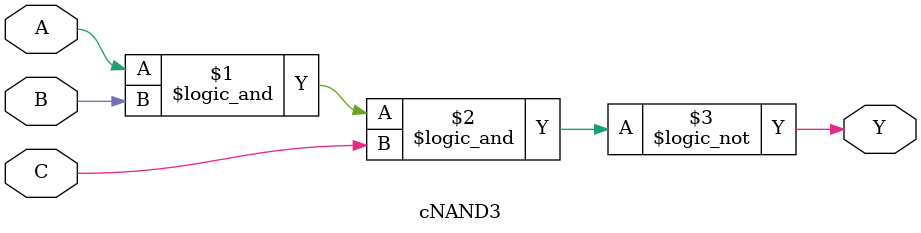
<source format=v>
module cNAND3(input wire A, input wire B, input wire C, output wire Y);
assign Y = !(A && B && C);
endmodule

</source>
